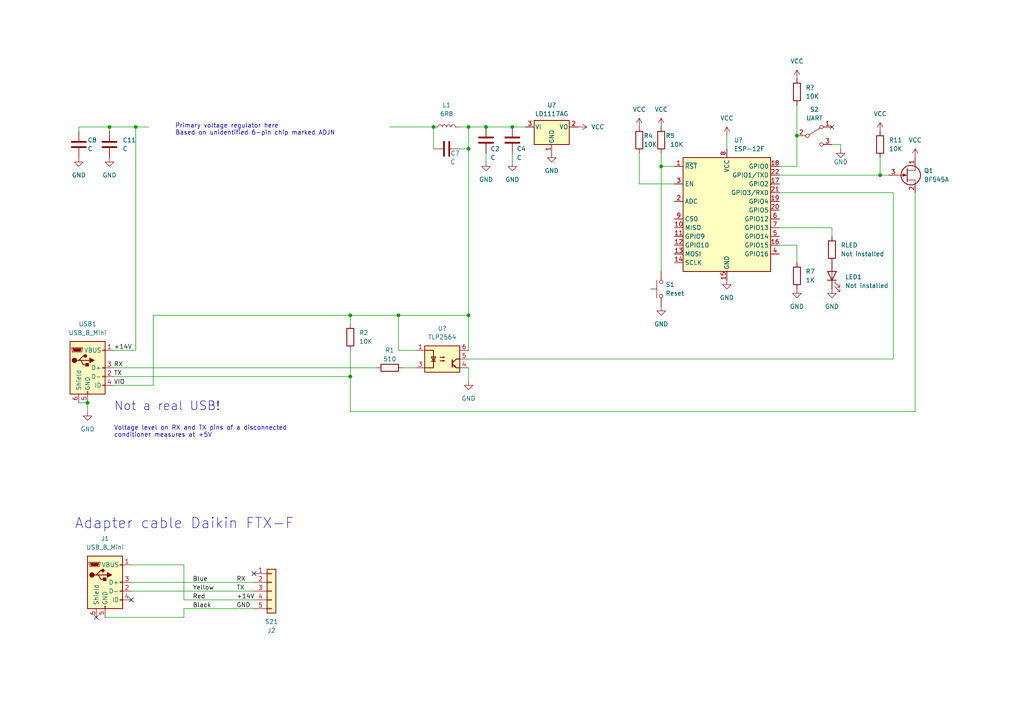
<source format=kicad_sch>
(kicad_sch (version 20230121) (generator eeschema)
  (paper "A4")
  (title_block (title "Daichi wi-fi controller") (comment 1 "Reverse engineed schematic"))
  (lib_symbols
    (symbol "Connector:USB_B_Mini" (pin_names (offset 1.016))
      (property "Reference" "J" (at -5.08 11.43 0))
      (property "Value" "USB_B_Mini" (at -5.08 8.89 0))
      (symbol "USB_B_Mini_0_1"
        (rectangle (start -5.08 -7.62) (end 5.08 7.62) (stroke (width 0.254)) (fill (type background)))
        (circle (center -3.81 2.159) (radius 0.635) (stroke (width 0.254)) (fill (type outline)))
        (circle (center -0.635 3.429) (radius 0.381) (stroke (width 0.254)) (fill (type outline)))
        (rectangle (start -0.127 -7.62) (end 0.127 -6.858))
        (polyline (pts (xy -1.905 2.159) (xy 0.635 2.159)) (stroke (width 0.254)))
        (polyline (pts (xy -3.175 2.159) (xy -2.54 2.159) (xy -1.27 3.429) (xy -0.635 3.429)) (stroke (width 0.254)))
        (polyline (pts (xy -2.54 2.159) (xy -1.905 2.159) (xy -1.27 0.889) (xy 0 0.889)) (stroke (width 0.254)))
        (polyline (pts (xy 0.635 2.794) (xy 0.635 1.524) (xy 1.905 2.159) (xy 0.635 2.794)) (stroke (width 0.254)) (fill (type outline)))
        (polyline (pts (xy -4.318 5.588) (xy -1.778 5.588) (xy -2.032 4.826) (xy -4.064 4.826) (xy -4.318 5.588)) (fill (type outline)))
        (polyline (pts (xy -4.699 5.842) (xy -4.699 5.588) (xy -4.445 4.826) (xy -4.445 4.572) (xy -1.651 4.572) (xy -1.651 4.826) (xy -1.397 5.588) (xy -1.397 5.842) (xy -4.699 5.842)))
        (rectangle (start 0.254 1.27) (end -0.508 0.508) (stroke (width 0.254)) (fill (type outline)))
        (rectangle (start 5.08 -5.207) (end 4.318 -4.953))
        (rectangle (start 5.08 -2.667) (end 4.318 -2.413))
        (rectangle (start 5.08 -0.127) (end 4.318 0.127))
        (rectangle (start 5.08 4.953) (end 4.318 5.207))
      )
      (symbol "USB_B_Mini_1_1"
        (pin power_out line (at 7.62 5.08 180) (length 2.54) (name "VBUS") (number "1"))
        (pin bidirectional line (at 7.62 -2.54 180) (length 2.54) (name "D-") (number "2"))
        (pin bidirectional line (at 7.62 0 180) (length 2.54) (name "D+") (number "3"))
        (pin passive line (at 7.62 -5.08 180) (length 2.54) (name "ID") (number "4"))
        (pin power_out line (at 0 -10.16 90) (length 2.54) (name "GND") (number "5"))
        (pin passive line (at -2.54 -10.16 90) (length 2.54) (name "Shield") (number "6"))
      )
    )
    (symbol "Connector_Generic:Conn_01x05" (pin_names (offset 1.016) hide)
      (property "Reference" "J" (at 0 7.62 0))
      (property "Value" "Conn_01x05" (at 0 -7.62 0))
      (symbol "Conn_01x05_1_1"
        (rectangle (start -1.27 -4.953) (end 0 -5.207) (stroke (width 0.1524)))
        (rectangle (start -1.27 -2.413) (end 0 -2.667) (stroke (width 0.1524)))
        (rectangle (start -1.27 0.127) (end 0 -0.127) (stroke (width 0.1524)))
        (rectangle (start -1.27 2.667) (end 0 2.413) (stroke (width 0.1524)))
        (rectangle (start -1.27 5.207) (end 0 4.953) (stroke (width 0.1524)))
        (rectangle (start -1.27 6.35) (end 1.27 -6.35) (stroke (width 0.254)) (fill (type background)))
        (pin passive line (at -5.08 5.08 0) (length 3.81) (name "Pin_1") (number "1"))
        (pin passive line (at -5.08 2.54 0) (length 3.81) (name "Pin_2") (number "2"))
        (pin passive line (at -5.08 0 0) (length 3.81) (name "Pin_3") (number "3"))
        (pin passive line (at -5.08 -2.54 0) (length 3.81) (name "Pin_4") (number "4"))
        (pin passive line (at -5.08 -5.08 0) (length 3.81) (name "Pin_5") (number "5"))
      )
    )
    (symbol "Device:C" (pin_numbers hide) (pin_names (offset 0.254))
      (property "Reference" "C" (at 0.635 2.54 0))
      (property "Value" "C" (at 0.635 -2.54 0))
      (symbol "C_0_1"
        (polyline (pts (xy -2.032 -0.762) (xy 2.032 -0.762)) (stroke (width 0.508)))
        (polyline (pts (xy -2.032 0.762) (xy 2.032 0.762)) (stroke (width 0.508)))
      )
      (symbol "C_1_1"
        (pin passive line (at 0 3.81 270) (length 2.794) (name "~") (number "1"))
        (pin passive line (at 0 -3.81 90) (length 2.794) (name "~") (number "2"))
      )
    )
    (symbol "Device:L" (pin_numbers hide) (pin_names (offset 1.016) hide)
      (property "Reference" "L" (at -1.27 0 90))
      (property "Value" "L" (at 1.905 0 90))
      (symbol "L_0_1"
        (arc (start 0 -2.54) (mid 0.6323 -1.905) (end 0 -1.27))
        (arc (start 0 -1.27) (mid 0.6323 -0.635) (end 0 0))
        (arc (start 0 0) (mid 0.6323 0.635) (end 0 1.27))
        (arc (start 0 1.27) (mid 0.6323 1.905) (end 0 2.54))
      )
      (symbol "L_1_1"
        (pin passive line (at 0 3.81 270) (length 1.27) (name "1") (number "1"))
        (pin passive line (at 0 -3.81 90) (length 1.27) (name "2") (number "2"))
      )
    )
    (symbol "Device:LED" (pin_numbers hide) (pin_names (offset 1.016) hide)
      (property "Reference" "D" (at 0 2.54 0))
      (property "Value" "LED" (at 0 -2.54 0))
      (symbol "LED_0_1"
        (polyline (pts (xy -1.27 -1.27) (xy -1.27 1.27)) (stroke (width 0.254)))
        (polyline (pts (xy -1.27 0) (xy 1.27 0)))
        (polyline (pts (xy 1.27 -1.27) (xy 1.27 1.27) (xy -1.27 0) (xy 1.27 -1.27)) (stroke (width 0.254)))
        (polyline (pts (xy -3.048 -0.762) (xy -4.572 -2.286) (xy -3.81 -2.286) (xy -4.572 -2.286) (xy -4.572 -1.524)))
        (polyline (pts (xy -1.778 -0.762) (xy -3.302 -2.286) (xy -2.54 -2.286) (xy -3.302 -2.286) (xy -3.302 -1.524)))
      )
      (symbol "LED_1_1"
        (pin passive line (at -3.81 0 0) (length 2.54) (name "K") (number "1"))
        (pin passive line (at 3.81 0 180) (length 2.54) (name "A") (number "2"))
      )
    )
    (symbol "Device:R" (pin_numbers hide) (pin_names (offset 0))
      (property "Reference" "R" (at 2.032 0 90))
      (property "Value" "R" (at 0 0 90))
      (symbol "R_0_1"
        (rectangle (start -1.016 -2.54) (end 1.016 2.54) (stroke (width 0.254)))
      )
      (symbol "R_1_1"
        (pin passive line (at 0 3.81 270) (length 1.27) (name "~") (number "1"))
        (pin passive line (at 0 -3.81 90) (length 1.27) (name "~") (number "2"))
      )
    )
    (symbol "Isolator:TLP131" (pin_names (offset 1.016))
      (property "Reference" "U?" (at 0 8.89 0))
      (property "Value" "TLP2564" (at 0 6.35 0))
      (symbol "TLP131_0_1"
        (rectangle (start -5.08 3.81) (end 5.08 -3.81) (stroke (width 0.254)) (fill (type background)))
        (polyline (pts (xy -3.175 -0.635) (xy -1.905 -0.635)) (stroke (width 0.254)))
        (polyline (pts (xy 2.921 -1.397) (xy 4.064 -2.54)) (stroke (width 0.254)))
        (polyline (pts (xy 2.921 -1.143) (xy 4.064 0)) (stroke (width 0.254)))
        (polyline (pts (xy 4.064 -2.54) (xy 5.08 -2.54)) (stroke (width 0.254)))
        (polyline (pts (xy 5.08 0) (xy 4.064 0)) (stroke (width 0.254)))
        (polyline (pts (xy 2.921 -0.254) (xy 2.921 -2.286) (xy 2.921 -2.286)) (stroke (width 0.3556)))
        (polyline (pts (xy -5.08 -2.54) (xy -2.54 -2.54) (xy -2.54 2.54) (xy -5.08 2.54)) (stroke (width 0.254)))
        (polyline (pts (xy -2.54 -0.635) (xy -3.175 0.635) (xy -1.905 0.635) (xy -2.54 -0.635)) (stroke (width 0.254)))
        (polyline (pts (xy 3.937 -2.413) (xy 3.683 -1.905) (xy 3.429 -2.159) (xy 3.937 -2.413)) (stroke (width 0.254)))
        (polyline (pts (xy -0.635 -0.508) (xy 0.635 -0.508) (xy 0.254 -0.635) (xy 0.254 -0.381) (xy 0.635 -0.508)) (stroke (width 0.254)))
        (polyline (pts (xy -0.635 0.508) (xy 0.635 0.508) (xy 0.254 0.381) (xy 0.254 0.635) (xy 0.635 0.508)) (stroke (width 0.254)))
      )
      (symbol "TLP131_1_1"
        (pin passive line (at -7.62 2.54 0) (length 2.54) (name "~") (number "1"))
        (pin passive line (at -7.62 -2.54 0) (length 2.54) (name "~") (number "3"))
        (pin power_in line (at 7.62 -2.54 180) (length 2.54) (name "~") (number "4"))
        (pin open_collector line (at 7.62 0 180) (length 2.54) (name "~") (number "5"))
        (pin power_in line (at 7.62 2.54 180) (length 2.54) (name "~") (number "6"))
      )
    )
    (symbol "RF_Module:ESP-12F"
      (property "Reference" "U" (at -12.7 19.05 0))
      (property "Value" "ESP-12F" (at 12.7 19.05 0))
      (symbol "ESP-12F_0_1"
        (rectangle (start -12.7 17.78) (end 12.7 -15.24) (stroke (width 0.254)) (fill (type background)))
      )
      (symbol "ESP-12F_1_1"
        (pin input line (at -15.24 15.24 0) (length 2.54) (name "~{RST}") (number "1"))
        (pin bidirectional line (at -15.24 -2.54 0) (length 2.54) (name "MISO") (number "10"))
        (pin bidirectional line (at -15.24 -5.08 0) (length 2.54) (name "GPIO9") (number "11"))
        (pin bidirectional line (at -15.24 -7.62 0) (length 2.54) (name "GPIO10") (number "12"))
        (pin bidirectional line (at -15.24 -10.16 0) (length 2.54) (name "MOSI") (number "13"))
        (pin bidirectional line (at -15.24 -12.7 0) (length 2.54) (name "SCLK") (number "14"))
        (pin power_in line (at 0 -17.78 90) (length 2.54) (name "GND") (number "15"))
        (pin bidirectional line (at 15.24 -7.62 180) (length 2.54) (name "GPIO15") (number "16"))
        (pin bidirectional line (at 15.24 10.16 180) (length 2.54) (name "GPIO2") (number "17"))
        (pin bidirectional line (at 15.24 15.24 180) (length 2.54) (name "GPIO0") (number "18"))
        (pin bidirectional line (at 15.24 5.08 180) (length 2.54) (name "GPIO4") (number "19"))
        (pin input line (at -15.24 5.08 0) (length 2.54) (name "ADC") (number "2"))
        (pin bidirectional line (at 15.24 2.54 180) (length 2.54) (name "GPIO5") (number "20"))
        (pin bidirectional line (at 15.24 7.62 180) (length 2.54) (name "GPIO3/RXD") (number "21"))
        (pin bidirectional line (at 15.24 12.7 180) (length 2.54) (name "GPIO1/TXD") (number "22"))
        (pin input line (at -15.24 10.16 0) (length 2.54) (name "EN") (number "3"))
        (pin bidirectional line (at 15.24 -10.16 180) (length 2.54) (name "GPIO16") (number "4"))
        (pin bidirectional line (at 15.24 -5.08 180) (length 2.54) (name "GPIO14") (number "5"))
        (pin bidirectional line (at 15.24 0 180) (length 2.54) (name "GPIO12") (number "6"))
        (pin bidirectional line (at 15.24 -2.54 180) (length 2.54) (name "GPIO13") (number "7"))
        (pin power_in line (at 0 20.32 270) (length 2.54) (name "VCC") (number "8"))
        (pin input line (at -15.24 0 0) (length 2.54) (name "CS0") (number "9"))
      )
    )
    (symbol "Regulator_Linear:LD1117S12TR_SOT223" (pin_names (offset 0.254))
      (property "Reference" "U" (at -3.81 3.175 0))
      (property "Value" "LD1117S12TR_SOT223" (at 0 3.175 0))
      (symbol "LD1117S12TR_SOT223_0_1"
        (rectangle (start -5.08 -5.08) (end 5.08 1.905) (stroke (width 0.254)) (fill (type background)))
      )
      (symbol "LD1117S12TR_SOT223_1_1"
        (pin power_in line (at 0 -7.62 90) (length 2.54) (name "GND") (number "1"))
        (pin power_out line (at 7.62 0 180) (length 2.54) (name "VO") (number "2"))
        (pin power_in line (at -7.62 0 0) (length 2.54) (name "VI") (number "3"))
      )
    )
    (symbol "Switch:SW_Push" (pin_numbers hide) (pin_names (offset 1.016) hide)
      (property "Reference" "SW" (at 1.27 2.54 0))
      (property "Value" "SW_Push" (at 0 -1.524 0))
      (symbol "SW_Push_0_1"
        (circle (center -2.032 0) (radius 0.508))
        (polyline (pts (xy 0 1.27) (xy 0 3.048)))
        (polyline (pts (xy 2.54 1.27) (xy -2.54 1.27)))
        (circle (center 2.032 0) (radius 0.508))
        (pin passive line (at -5.08 0 0) (length 2.54) (name "1") (number "1"))
        (pin passive line (at 5.08 0 180) (length 2.54) (name "2") (number "2"))
      )
    )
    (symbol "Switch:SW_SPDT" (pin_names (offset 0) hide)
      (property "Reference" "SW" (at 0 4.318 0))
      (property "Value" "SW_SPDT" (at 0 -5.08 0))
      (symbol "SW_SPDT_0_0"
        (circle (center -2.032 0) (radius 0.508))
        (circle (center 2.032 -2.54) (radius 0.508))
      )
      (symbol "SW_SPDT_0_1"
        (polyline (pts (xy -1.524 0.254) (xy 1.651 2.286)))
        (circle (center 2.032 2.54) (radius 0.508))
      )
      (symbol "SW_SPDT_1_1"
        (pin passive line (at 5.08 2.54 180) (length 2.54) (name "A") (number "1"))
        (pin passive line (at -5.08 0 0) (length 2.54) (name "B") (number "2"))
        (pin passive line (at 5.08 -2.54 180) (length 2.54) (name "C") (number "3"))
      )
    )
    (symbol "Transistor_FET:BF545A" (pin_names hide)
      (property "Reference" "Q" (at 5.08 1.905 0))
      (property "Value" "BF545A" (at 5.08 0 0))
      (symbol "BF545A_0_1"
        (polyline (pts (xy 0.254 0) (xy -2.54 0)))
        (polyline (pts (xy 0.254 1.905) (xy 0.254 -1.905)) (stroke (width 0.254)))
        (polyline (pts (xy 2.54 -2.54) (xy 2.54 -1.397) (xy 0.254 -1.397)))
        (polyline (pts (xy 2.54 2.54) (xy 2.54 1.397) (xy 0.254 1.397)))
        (polyline (pts (xy 0 0) (xy -1.016 0.381) (xy -1.016 -0.381) (xy 0 0)) (fill (type outline)))
        (circle (center 1.27 0) (radius 2.8194) (stroke (width 0.254)))
      )
      (symbol "BF545A_1_1"
        (pin passive line (at 2.54 -5.08 90) (length 2.54) (name "S") (number "1"))
        (pin passive line (at 2.54 5.08 270) (length 2.54) (name "D") (number "2"))
        (pin input line (at -5.08 0 0) (length 2.54) (name "G") (number "3"))
      )
    )
    (symbol "power:GND" (power) (pin_names (offset 0))
      (property "Value" "GND" (at 0 -3.81 0))
      (symbol "GND_0_1"
        (polyline (pts (xy 0 0) (xy 0 -1.27) (xy 1.27 -1.27) (xy 0 -2.54) (xy -1.27 -1.27) (xy 0 -1.27)))
      )
      (symbol "GND_1_1"
        (pin power_in line (at 0 0 270) (length 0) hide (name "GND") (number "1"))
      )
    )
    (symbol "power:VCC" (power) (pin_names (offset 0))
      (property "Value" "VCC" (at 0 3.81 0))
      (symbol "VCC_0_1"
        (polyline (pts (xy -0.762 1.27) (xy 0 2.54)))
        (polyline (pts (xy 0 0) (xy 0 2.54)))
        (polyline (pts (xy 0 2.54) (xy 0.762 1.27)))
      )
      (symbol "VCC_1_1"
        (pin power_in line (at 0 0 90) (length 0) hide (name "VCC") (number "1"))
      )
    )
  )
  (junction (at 115.57 91.44))
  (junction (at 135.89 43.18))
  (junction (at 140.97 36.83))
  (junction (at 39.37 36.83))
  (junction (at 135.89 91.44))
  (junction (at 148.59 36.83))
  (junction (at 255.27 50.8))
  (junction (at 125.73 36.83))
  (junction (at 101.6 109.22))
  (junction (at 135.89 36.83))
  (junction (at 25.4 116.84))
  (junction (at 231.14 39.37))
  (junction (at 101.6 91.44))
  (junction (at 31.75 36.83))
  (junction (at 191.77 48.26))
  (no_connect (at 241.3 36.83))
  (no_connect (at 27.94 179.07))
  (no_connect (at 73.66 166.37))
  (no_connect (at 38.1 173.99))
  (wire (pts (xy 25.4 116.84) (xy 25.4 119.38)))
  (wire (pts (xy 191.77 48.26) (xy 191.77 78.74)))
  (wire (pts (xy 140.97 46.99) (xy 140.97 44.45)))
  (wire (pts (xy 255.27 50.8) (xy 257.81 50.8)))
  (wire (pts (xy 31.75 38.1) (xy 31.75 36.83)))
  (wire (pts (xy 101.6 91.44) (xy 115.57 91.44)))
  (wire (pts (xy 133.35 43.18) (xy 135.89 43.18)))
  (wire (pts (xy 135.89 101.6) (xy 135.89 91.44)))
  (wire (pts (xy 148.59 44.45) (xy 148.59 46.99)))
  (wire (pts (xy 31.75 36.83) (xy 22.86 36.83)))
  (wire (pts (xy 195.58 48.26) (xy 191.77 48.26)))
  (wire (pts (xy 33.02 111.76) (xy 44.45 111.76)))
  (wire (pts (xy 53.34 163.83) (xy 38.1 163.83)))
  (wire (pts (xy 135.89 36.83) (xy 140.97 36.83)))
  (wire (pts (xy 116.84 106.68) (xy 120.65 106.68)))
  (wire (pts (xy 231.14 48.26) (xy 226.06 48.26)))
  (wire (pts (xy 135.89 43.18) (xy 135.89 91.44)))
  (wire (pts (xy 33.02 101.6) (xy 39.37 101.6)))
  (wire (pts (xy 25.4 116.84) (xy 22.86 116.84)))
  (wire (pts (xy 259.08 55.88) (xy 259.08 104.14)))
  (wire (pts (xy 231.14 71.12) (xy 231.14 76.2)))
  (wire (pts (xy 38.1 168.91) (xy 73.66 168.91)))
  (wire (pts (xy 39.37 36.83) (xy 43.18 36.83)))
  (wire (pts (xy 241.3 41.91) (xy 243.84 41.91)))
  (wire (pts (xy 39.37 36.83) (xy 31.75 36.83)))
  (wire (pts (xy 135.89 110.49) (xy 135.89 106.68)))
  (wire (pts (xy 210.82 39.37) (xy 210.82 43.18)))
  (wire (pts (xy 39.37 36.83) (xy 39.37 101.6)))
  (wire (pts (xy 135.89 36.83) (xy 135.89 43.18)))
  (wire (pts (xy 22.86 38.1) (xy 22.86 36.83)))
  (wire (pts (xy 135.89 104.14) (xy 259.08 104.14)))
  (wire (pts (xy 44.45 91.44) (xy 101.6 91.44)))
  (wire (pts (xy 101.6 109.22) (xy 101.6 119.38)))
  (wire (pts (xy 125.73 36.83) (xy 125.73 43.18)))
  (wire (pts (xy 101.6 119.38) (xy 265.43 119.38)))
  (wire (pts (xy 226.06 55.88) (xy 259.08 55.88)))
  (wire (pts (xy 33.02 109.22) (xy 101.6 109.22)))
  (wire (pts (xy 115.57 91.44) (xy 115.57 101.6)))
  (wire (pts (xy 255.27 45.72) (xy 255.27 50.8)))
  (wire (pts (xy 191.77 48.26) (xy 191.77 44.45)))
  (wire (pts (xy 101.6 101.6) (xy 101.6 109.22)))
  (wire (pts (xy 140.97 36.83) (xy 148.59 36.83)))
  (wire (pts (xy 38.1 171.45) (xy 73.66 171.45)))
  (wire (pts (xy 231.14 39.37) (xy 231.14 30.48)))
  (wire (pts (xy 30.48 179.07) (xy 53.34 179.07)))
  (wire (pts (xy 226.06 66.04) (xy 241.3 66.04)))
  (wire (pts (xy 226.06 50.8) (xy 255.27 50.8)))
  (wire (pts (xy 243.84 41.91) (xy 243.84 43.18)))
  (wire (pts (xy 265.43 55.88) (xy 265.43 119.38)))
  (wire (pts (xy 148.59 36.83) (xy 152.4 36.83)))
  (wire (pts (xy 231.14 39.37) (xy 231.14 48.26)))
  (wire (pts (xy 53.34 173.99) (xy 73.66 173.99)))
  (wire (pts (xy 53.34 179.07) (xy 53.34 176.53)))
  (wire (pts (xy 44.45 91.44) (xy 44.45 111.76)))
  (wire (pts (xy 33.02 106.68) (xy 109.22 106.68)))
  (wire (pts (xy 226.06 71.12) (xy 231.14 71.12)))
  (wire (pts (xy 241.3 66.04) (xy 241.3 68.58)))
  (wire (pts (xy 125.73 36.83) (xy 113.03 36.83)))
  (wire (pts (xy 195.58 53.34) (xy 185.42 53.34)))
  (wire (pts (xy 185.42 53.34) (xy 185.42 44.45)))
  (wire (pts (xy 53.34 173.99) (xy 53.34 163.83)))
  (wire (pts (xy 115.57 91.44) (xy 135.89 91.44)))
  (wire (pts (xy 53.34 176.53) (xy 73.66 176.53)))
  (wire (pts (xy 133.35 36.83) (xy 135.89 36.83)))
  (wire (pts (xy 120.65 101.6) (xy 115.57 101.6)))
  (wire (pts (xy 101.6 91.44) (xy 101.6 93.98)))
  (text "Voltage level on RX and TX pins of a disconnected\nconditioner measures at +5V" (at 33.02 127 0) (effects (font (size 1.27 1.27)) (justify left bottom)))
  (text "Adapter cable Daikin FTX-F" (at 21.59 153.67 0) (effects (font (size 3 3)) (justify left bottom)))
  (text "Not a real USB!" (at 33.02 119.38 0) (effects (font (size 2.54 2.54)) (justify left bottom)))
  (text "Primary voltage regulator here\nBased on unidentified 6-pin chip marked ADJN" (at 50.8 39.37 0) (effects (font (size 1.27 1.27)) (justify left bottom)))
  (label "Yellow" (at 55.88 171.45 0))
  (label "+14V" (at 33.02 101.6 0))
  (label "+14V" (at 68.58 173.99 0))
  (label "Black" (at 55.88 176.53 0))
  (label "RX" (at 33.02 106.68 0))
  (label "Red" (at 55.88 173.99 0))
  (label "Blue" (at 55.88 168.91 0))
  (label "RX" (at 68.58 168.91 0))
  (label "TX" (at 33.02 109.22 0))
  (label "VIO" (at 33.02 111.76 0))
  (label "GND" (at 68.58 176.53 0))
  (label "TX" (at 68.58 171.45 0))
  (symbol (lib_id "power:GND") (at 191.77 88.9 0) (unit 1)
    (property "Reference" "#PWR?" (effects hide))
    (property "Value" "GND" (at 191.77 93.98 0))
  )
  (symbol (lib_id "power:VCC") (at 167.64 36.83 270) (unit 1)
    (property "Reference" "#PWR?" (effects hide))
    (property "Value" "VCC" (at 171.45 36.8299 90) (effects (justify left)))
  )
  (symbol (lib_id "power:VCC") (at 231.14 22.86 0) (unit 1)
    (property "Reference" "#PWR?" (effects hide))
    (property "Value" "VCC" (at 231.14 17.78 0))
  )
  (symbol (lib_id "Device:C") (at 129.54 43.18 90) (unit 1)
    (property "Reference" "C7" (at 133.35 44.45 90) (effects (justify left)))
    (property "Value" "C" (at 132.08 46.99 90) (effects (justify left)))
  )
  (symbol (lib_id "power:GND") (at 25.4 119.38 0) (unit 1)
    (property "Reference" "#PWR?" (effects hide))
    (property "Value" "GND" (at 25.4 124.46 0))
  )
  (symbol (lib_id "power:GND") (at 160.02 44.45 0) (unit 1)
    (property "Reference" "#PWR?" (effects hide))
    (property "Value" "GND" (at 160.02 49.53 0))
  )
  (symbol (lib_id "Device:C") (at 148.59 40.64 0) (unit 1)
    (property "Reference" "C4" (at 149.86 43.18 0) (effects (justify left)))
    (property "Value" "C" (at 149.86 45.72 0) (effects (justify left)))
  )
  (symbol (lib_id "Regulator_Linear:LD1117S12TR_SOT223") (at 160.02 36.83 0) (unit 1)
    (property "Reference" "U?" (at 160.02 30.48 0))
    (property "Value" "LD1117AG" (at 160.02 33.02 0))
    (property "Footprint" "Package_TO_SOT_SMD:SOT-223-3_TabPin2" (effects hide))
    (property "Datasheet" "http://www.st.com/st-web-ui/static/active/en/resource/technical/document/datasheet/CD00000544.pdf" (effects hide))
  )
  (symbol (lib_id "Device:LED") (at 241.3 80.01 90) (unit 1)
    (property "Reference" "LED1" (at 245.11 80.3274 90) (effects (justify right)))
    (property "Value" "Not installed" (at 245.11 82.8674 90) (effects (justify right)))
  )
  (symbol (lib_id "Device:R") (at 231.14 80.01 0) (unit 1)
    (property "Reference" "R7" (at 233.68 78.7399 0) (effects (justify left)))
    (property "Value" "1K" (at 233.68 81.2799 0) (effects (justify left)))
  )
  (symbol (lib_id "Device:L") (at 129.54 36.83 90) (unit 1)
    (property "Reference" "L1" (at 129.54 30.48 90))
    (property "Value" "6R8" (at 129.54 33.02 90))
  )
  (symbol (lib_id "Device:R") (at 231.14 26.67 0) (unit 1)
    (property "Reference" "R?" (at 233.68 25.3999 0) (effects (justify left)))
    (property "Value" "10K" (at 233.68 27.9399 0) (effects (justify left)))
  )
  (symbol (lib_id "power:GND") (at 135.89 110.49 0) (unit 1)
    (property "Reference" "#PWR?" (effects hide))
    (property "Value" "GND" (at 135.89 115.57 0))
  )
  (symbol (lib_id "power:GND") (at 241.3 83.82 0) (unit 1)
    (property "Reference" "#PWR?" (effects hide))
    (property "Value" "GND" (at 241.3 88.9 0))
  )
  (symbol (lib_id "power:VCC") (at 191.77 36.83 0) (unit 1)
    (property "Reference" "#PWR?" (effects hide))
    (property "Value" "VCC" (at 191.77 31.75 0))
  )
  (symbol (lib_id "Device:C") (at 140.97 40.64 0) (unit 1)
    (property "Reference" "C2" (at 142.24 43.18 0) (effects (justify left)))
    (property "Value" "C" (at 142.24 45.72 0) (effects (justify left)))
  )
  (symbol (lib_id "power:GND") (at 243.84 43.18 0) (unit 1)
    (property "Reference" "#PWR?" (effects hide))
    (property "Value" "GND" (at 243.84 46.99 0))
  )
  (symbol (lib_id "power:VCC") (at 185.42 36.83 0) (unit 1)
    (property "Reference" "#PWR?" (effects hide))
    (property "Value" "VCC" (at 185.42 31.75 0))
  )
  (symbol (lib_id "Device:R") (at 185.42 40.64 0) (unit 1)
    (property "Reference" "R4" (at 186.69 39.37 0) (effects (justify left)))
    (property "Value" "10K" (at 186.69 41.91 0) (effects (justify left)))
  )
  (symbol (lib_id "Connector:USB_B_Mini") (at 25.4 106.68 0) (unit 1)
    (property "Reference" "USB1" (at 25.4 93.98 0))
    (property "Value" "USB_B_Mini" (at 25.4 96.52 0))
  )
  (symbol (lib_id "Connector:USB_B_Mini") (at 30.48 168.91 0) (unit 1)
    (property "Reference" "J1" (at 30.48 156.21 0))
    (property "Value" "USB_B_Mini" (at 30.48 158.75 0))
    (property "Footprint" "Connector_USB:USB_Mini-B_Lumberg_2486_01_Horizontal" (effects hide))
  )
  (symbol (lib_id "Connector_Generic:Conn_01x05") (at 78.74 171.45 0) (unit 1)
    (property "Reference" "J2" (at 78.74 182.88 0))
    (property "Value" "S21" (at 78.74 180.34 0))
    (property "Footprint" "Connector_JST:JST_EH_S5B-EH_1x05_P2.50mm_Horizontal" (effects hide))
    (property "LCSC Part #" "C225427" (effects hide))
    (property "JLCPCB Position Offset" "5,0" (effects hide))
  )
  (symbol (lib_id "Device:R") (at 101.6 97.79 0) (unit 1)
    (property "Reference" "R2" (at 104.14 96.5199 0) (effects (justify left)))
    (property "Value" "10K" (at 104.14 99.0599 0) (effects (justify left)))
  )
  (symbol (lib_id "power:VCC") (at 265.43 45.72 0) (unit 1)
    (property "Reference" "#PWR?" (effects hide))
    (property "Value" "VCC" (at 265.43 40.64 0))
  )
  (symbol (lib_id "power:GND") (at 31.75 45.72 0) (unit 1)
    (property "Reference" "#PWR?" (effects hide))
    (property "Value" "GND" (at 31.75 50.8 0))
  )
  (symbol (lib_id "power:GND") (at 231.14 83.82 0) (unit 1)
    (property "Reference" "#PWR?" (effects hide))
    (property "Value" "GND" (at 231.14 88.9 0))
  )
  (symbol (lib_id "RF_Module:ESP-12F") (at 210.82 63.5 0) (unit 1)
    (property "Reference" "U?" (at 212.8394 40.64 0) (effects (justify left)))
    (property "Value" "ESP-12F" (at 212.8394 43.18 0) (effects (justify left)))
    (property "Footprint" "RF_Module:ESP-12E" (effects hide))
    (property "Datasheet" "http://wiki.ai-thinker.com/_media/esp8266/esp8266_series_modules_user_manual_v1.1.pdf" (effects hide))
  )
  (symbol (lib_id "Device:R") (at 191.77 40.64 0) (unit 1)
    (property "Reference" "R5" (at 193.04 39.37 0) (effects (justify left)))
    (property "Value" "10K" (at 194.31 41.9099 0) (effects (justify left)))
  )
  (symbol (lib_id "Device:C") (at 31.75 41.91 0) (unit 1)
    (property "Reference" "C11" (at 35.56 40.6399 0) (effects (justify left)))
    (property "Value" "C" (at 35.56 43.1799 0) (effects (justify left)))
  )
  (symbol (lib_id "Isolator:TLP131") (at 128.27 104.14 0) (unit 1)
    (property "Reference" "U?" (at 128.27 95.25 0))
    (property "Value" "TLP2564" (at 128.27 97.79 0))
    (property "Footprint" "Package_SO:MFSOP6-5_4.4x3.6mm_P1.27mm" (effects hide))
    (property "Datasheet" "https://toshiba.semicon-storage.com/info/docget.jsp?did=16742&prodName=TLP131" (effects hide))
  )
  (symbol (lib_id "power:GND") (at 148.59 46.99 0) (unit 1)
    (property "Reference" "#PWR?" (effects hide))
    (property "Value" "GND" (at 148.59 52.07 0))
  )
  (symbol (lib_id "Switch:SW_SPDT") (at 236.22 39.37 0) (unit 1)
    (property "Reference" "S2" (at 236.22 31.75 0))
    (property "Value" "UART" (at 236.22 34.29 0))
  )
  (symbol (lib_id "Device:R") (at 113.03 106.68 90) (unit 1)
    (property "Reference" "R1" (at 113.03 101.6 90))
    (property "Value" "510" (at 113.03 104.14 90))
  )
  (symbol (lib_id "Device:C") (at 22.86 41.91 0) (unit 1)
    (property "Reference" "C8" (at 25.4 40.64 0) (effects (justify left)))
    (property "Value" "C" (at 25.4 43.18 0) (effects (justify left)))
  )
  (symbol (lib_id "Switch:SW_Push") (at 191.77 83.82 90) (unit 1)
    (property "Reference" "S1" (at 193.04 82.5499 90) (effects (justify right)))
    (property "Value" "Reset" (at 193.04 85.0899 90) (effects (justify right)))
  )
  (symbol (lib_id "Transistor_FET:BF545A") (at 262.89 50.8 0) (mirror x) (unit 1)
    (property "Reference" "Q1" (at 267.97 49.5299 0) (effects (justify left)))
    (property "Value" "BF545A" (at 267.97 52.0699 0) (effects (justify left)))
    (property "Footprint" "Package_TO_SOT_SMD:SOT-23" (effects hide))
    (property "Datasheet" "https://www.nxp.com/docs/en/data-sheet/BF545A_BF545B_BF545C.pdf" (effects hide))
  )
  (symbol (lib_id "power:VCC") (at 210.82 39.37 0) (unit 1)
    (property "Reference" "#PWR?" (effects hide))
    (property "Value" "VCC" (at 210.82 34.29 0))
  )
  (symbol (lib_id "Device:R") (at 241.3 72.39 0) (unit 1)
    (property "Reference" "RLED" (at 243.84 71.1199 0) (effects (justify left)))
    (property "Value" "Not installed" (at 243.84 73.6599 0) (effects (justify left)))
  )
  (symbol (lib_id "power:VCC") (at 255.27 38.1 0) (unit 1)
    (property "Reference" "#PWR?" (effects hide))
    (property "Value" "VCC" (at 255.27 33.02 0))
  )
  (symbol (lib_id "Device:R") (at 255.27 41.91 0) (unit 1)
    (property "Reference" "R11" (at 257.81 40.6399 0) (effects (justify left)))
    (property "Value" "10K" (at 257.81 43.1799 0) (effects (justify left)))
  )
  (symbol (lib_id "power:GND") (at 22.86 45.72 0) (unit 1)
    (property "Reference" "#PWR?" (effects hide))
    (property "Value" "GND" (at 22.86 50.8 0))
  )
  (symbol (lib_id "power:GND") (at 140.97 46.99 0) (unit 1)
    (property "Reference" "#PWR?" (effects hide))
    (property "Value" "GND" (at 140.97 52.07 0))
  )
  (symbol (lib_id "power:GND") (at 210.82 81.28 0) (unit 1)
    (property "Reference" "#PWR?" (effects hide))
    (property "Value" "GND" (at 210.82 86.36 0))
  )
)
</source>
